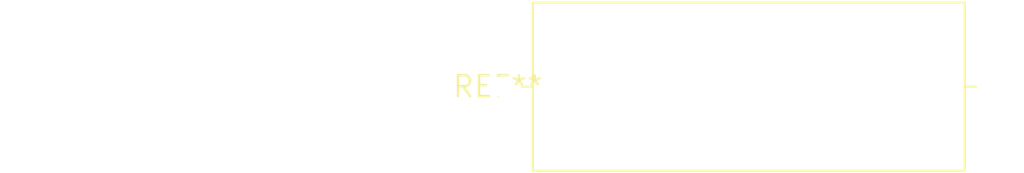
<source format=kicad_pcb>
(kicad_pcb (version 20240108) (generator pcbnew)
  (layers (0 "F.Cu" signal) (31 "B.Cu" signal) (34 "B.Paste" user) (35 "F.Paste" user) (36 "B.SilkS" user "B.Silkscreen") (37 "F.SilkS" user "F.Silkscreen") (38 "B.Mask" user) (39 "F.Mask" user) (44 "Edge.Cuts" user))
  (net 0 "")
  (footprint "L_Axial_L26.0mm_D10.0mm_P30.48mm_Horizontal_Fastron_77A" (layer "F.Cu") (at 0 0)
    (property "Reference" "REF**")
    (property "Value" "L_Axial_L26.0mm_D10.0mm_P30.48mm_Horizontal_Fastron_77A")
    (fp_line (start 1.44 0) (end 2.12 0) (layer "F.SilkS") (stroke (width 0.12)))
    (fp_line (start 2.12 -5.12) (end 2.12 5.12) (layer "F.SilkS") (stroke (width 0.12)))
    (fp_line (start 2.12 5.12) (end 28.36 5.12) (layer "F.SilkS") (stroke (width 0.12)))
    (fp_line (start 28.36 -5.12) (end 2.12 -5.12) (layer "F.SilkS") (stroke (width 0.12)))
    (fp_line (start 28.36 5.12) (end 28.36 -5.12) (layer "F.SilkS") (stroke (width 0.12)))
    (fp_line (start 29.04 0) (end 28.36 0) (layer "F.SilkS") (stroke (width 0.12)))
    (pad "1" thru_hole circle (at 0 0) (size 2.4 2.4) (drill 1.2) (layers *.Cu *.Mask) (remove_unused_layers))
    (pad "2" thru_hole oval (at 30.48 0) (size 2.4 2.4) (drill 1.2) (layers *.Cu *.Mask) (remove_unused_layers))
  )
)
</source>
